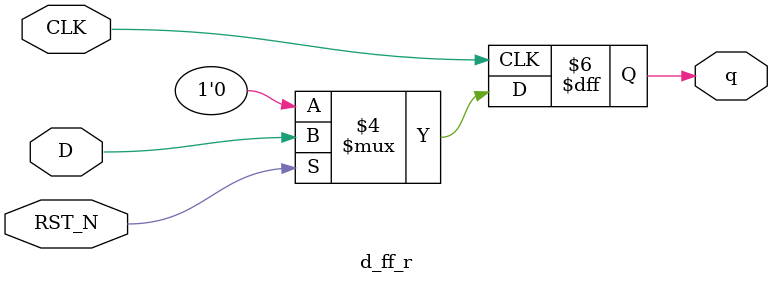
<source format=v>
`timescale 1ns / 1ps


module d_ff_r(
input CLK,RST_N,D,
output reg q);
always@(posedge CLK)
begin
if(RST_N==0)
q <= 1'b0;
else
q <= D;
end
endmodule

</source>
